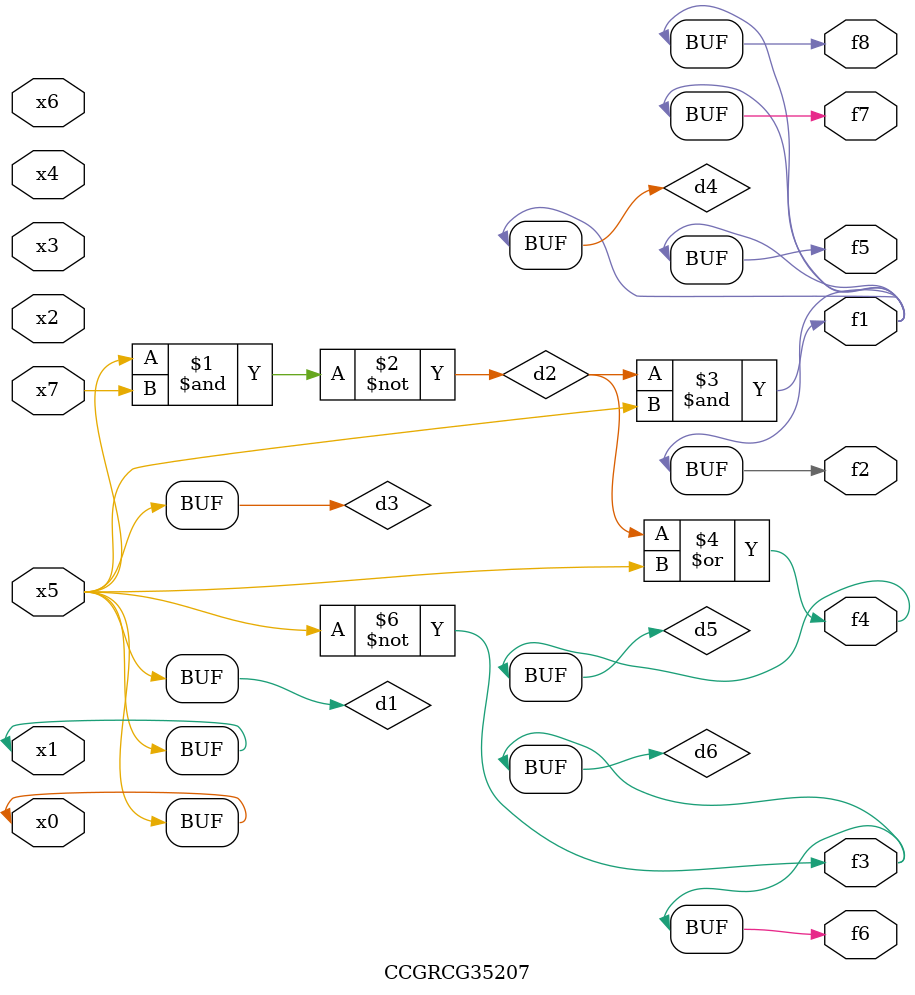
<source format=v>
module CCGRCG35207(
	input x0, x1, x2, x3, x4, x5, x6, x7,
	output f1, f2, f3, f4, f5, f6, f7, f8
);

	wire d1, d2, d3, d4, d5, d6;

	buf (d1, x0, x5);
	nand (d2, x5, x7);
	buf (d3, x0, x1);
	and (d4, d2, d3);
	or (d5, d2, d3);
	nor (d6, d1, d3);
	assign f1 = d4;
	assign f2 = d4;
	assign f3 = d6;
	assign f4 = d5;
	assign f5 = d4;
	assign f6 = d6;
	assign f7 = d4;
	assign f8 = d4;
endmodule

</source>
